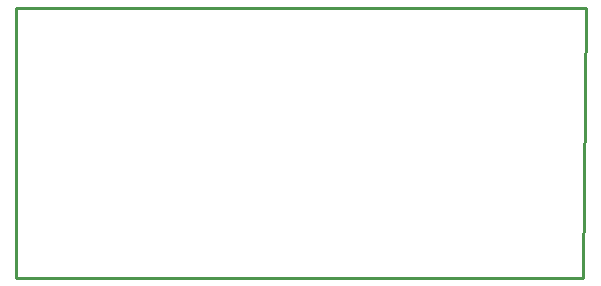
<source format=gko>
G04 ---------------------------- Layer name :KeepOutLayer *
G04 easyEDA 0.1*
G04 Scale: 100 percent, Rotated: No, Reflected: No *
G04 Dimensions in inches *
G04 leading zeros omitted , absolute positions ,2 integer and 4 * 
%FSLAX24Y24*%
%MOIN*%
G90*
G70D02*

%ADD10C,0.010000*%
G54D10*
G01X0Y9000D02*
G01X19000Y9000D01*
G01X18900Y0D01*
G01X0Y0D01*
G01X0Y9000D01*

%LPD*%

M00*
M02*
</source>
